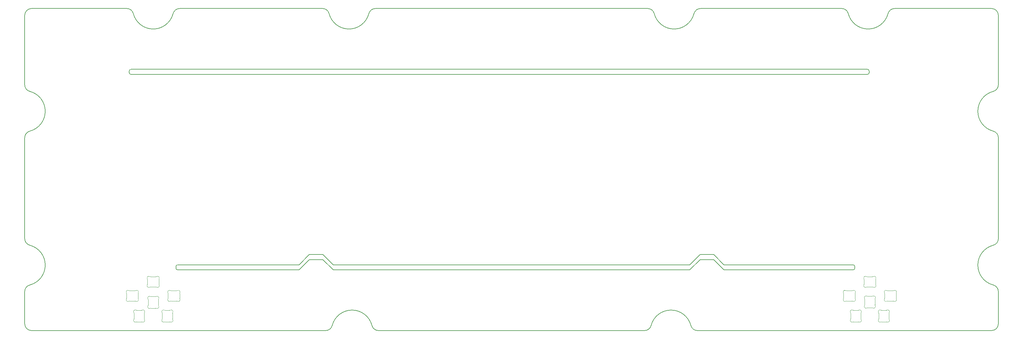
<source format=gm1>
%TF.GenerationSoftware,KiCad,Pcbnew,(7.0.0-0)*%
%TF.CreationDate,2023-03-19T21:11:13-07:00*%
%TF.ProjectId,popstar,706f7073-7461-4722-9e6b-696361645f70,rev?*%
%TF.SameCoordinates,Original*%
%TF.FileFunction,Profile,NP*%
%FSLAX46Y46*%
G04 Gerber Fmt 4.6, Leading zero omitted, Abs format (unit mm)*
G04 Created by KiCad (PCBNEW (7.0.0-0)) date 2023-03-19 21:11:13*
%MOMM*%
%LPD*%
G01*
G04 APERTURE LIST*
%TA.AperFunction,Profile*%
%ADD10C,0.200000*%
%TD*%
%TA.AperFunction,Profile*%
%ADD11C,0.100000*%
%TD*%
G04 APERTURE END LIST*
D10*
X121283023Y-34050150D02*
G75*
G03*
X119346506Y-32550157I-1936523J-500050D01*
G01*
X233750000Y-104500000D02*
X229750000Y-104500000D01*
X316979014Y-124749997D02*
X316978951Y-115346077D01*
X33778677Y-68412083D02*
G75*
G03*
X32278917Y-70348489I500223J-1936417D01*
G01*
X315478924Y-56790608D02*
G75*
G03*
X315478950Y-68409598I1499976J-5809492D01*
G01*
X213508067Y-126749969D02*
G75*
G03*
X215444560Y-125250000I33J1999969D01*
G01*
X233750000Y-106000000D02*
X236750000Y-109000000D01*
X216357174Y-34050161D02*
G75*
G03*
X227976127Y-34050157I5809476J1500001D01*
G01*
X120257861Y-126749963D02*
G75*
G03*
X122194389Y-125249861I39J1999963D01*
G01*
X216357219Y-34050150D02*
G75*
G03*
X214420685Y-32550161I-1936519J-500050D01*
G01*
X32279334Y-99854155D02*
G75*
G03*
X33779267Y-101790648I1999966J-45D01*
G01*
X122500000Y-107500000D02*
X122750000Y-107500000D01*
X33779246Y-113409572D02*
G75*
G03*
X32279251Y-115346077I500054J-1936528D01*
G01*
X33778671Y-68412059D02*
G75*
G03*
X33778671Y-56793493I-1500743J5809283D01*
G01*
X316978934Y-99854155D02*
X316978951Y-70346089D01*
X275000000Y-108000000D02*
X275000000Y-108500000D01*
X119500000Y-106000000D02*
X122500000Y-109000000D01*
X279187470Y-50825130D02*
G75*
G03*
X278687501Y-50325130I-499970J30D01*
G01*
X316978933Y-54854154D02*
X316978909Y-34550163D01*
X32278917Y-70348489D02*
X32279268Y-99854155D01*
X274500000Y-109000000D02*
G75*
G03*
X275000000Y-108500000I0J500000D01*
G01*
X315478951Y-56790712D02*
G75*
G03*
X316978933Y-54854154I-500051J1936512D01*
G01*
X214420685Y-32550161D02*
X134838440Y-32550156D01*
X236750000Y-107500000D02*
X233750000Y-104500000D01*
X119500000Y-104500000D02*
X122500000Y-107500000D01*
X267000000Y-107500000D02*
X274500000Y-107500000D01*
X316978997Y-115346077D02*
G75*
G03*
X315478950Y-113409598I-1999997J-23D01*
G01*
X64044521Y-34050139D02*
G75*
G03*
X62107964Y-32550156I-1936521J-500061D01*
G01*
X76500000Y-108500000D02*
X76500000Y-108000000D01*
X227063508Y-125250000D02*
G75*
G03*
X229000000Y-126750000I1936492J500000D01*
G01*
X226750000Y-107500000D02*
X122750000Y-107500000D01*
X229750000Y-104500000D02*
X226750000Y-107500000D01*
X314978910Y-32550164D02*
X286647842Y-32550155D01*
X133813549Y-125249861D02*
G75*
G03*
X122194391Y-125249861I-5809579J-1499589D01*
G01*
X63353928Y-50325128D02*
X278687501Y-50325130D01*
X274500000Y-109000000D02*
X267000000Y-109000000D01*
X278687501Y-51825102D02*
G75*
G03*
X279187502Y-51325129I-1J500002D01*
G01*
X32279251Y-115346077D02*
X32278917Y-124749999D01*
X77599898Y-32550187D02*
G75*
G03*
X75663406Y-34050157I2J-2000013D01*
G01*
X112000000Y-109000000D02*
X112500000Y-109000000D01*
X119346506Y-32550157D02*
X77599898Y-32550157D01*
X112500000Y-109000000D02*
X115500000Y-106000000D01*
X267000000Y-107500000D02*
X236750000Y-107500000D01*
X229750000Y-106000000D02*
X233750000Y-106000000D01*
X229912620Y-32550208D02*
G75*
G03*
X227976128Y-34050157I-20J-1999992D01*
G01*
X316978936Y-34550163D02*
G75*
G03*
X314978910Y-32550164I-2000036J-37D01*
G01*
X32278940Y-54857063D02*
G75*
G03*
X33778671Y-56793491I1999960J-37D01*
G01*
X34278918Y-126750000D02*
X120257861Y-126750000D01*
X33779252Y-113409594D02*
G75*
G03*
X33779267Y-101790650I-1499992J5809474D01*
G01*
X77000000Y-107500000D02*
X111750000Y-107500000D01*
X111750000Y-107500000D02*
X112500000Y-107500000D01*
X273093283Y-34049666D02*
G75*
G03*
X284711475Y-34049666I5809096J1501464D01*
G01*
X62107964Y-32550156D02*
X34278918Y-32550155D01*
X278687501Y-51825130D02*
X63353929Y-51825130D01*
X279187502Y-50825130D02*
X279187502Y-51325129D01*
X135750081Y-126750000D02*
X213508067Y-126750000D01*
X62853870Y-51325129D02*
G75*
G03*
X63353929Y-51825130I500030J29D01*
G01*
X63353928Y-50325128D02*
G75*
G03*
X62853928Y-50825129I-28J-499972D01*
G01*
X315478952Y-101790713D02*
G75*
G03*
X316978934Y-99854155I-500052J1936513D01*
G01*
X76500000Y-108500000D02*
G75*
G03*
X77000000Y-109000000I500000J0D01*
G01*
X229000000Y-126750000D02*
X314979014Y-126750000D01*
X273093299Y-34049662D02*
G75*
G03*
X271156917Y-32550155I-1936399J-500538D01*
G01*
X32278900Y-124749999D02*
G75*
G03*
X34278918Y-126750000I2000000J-1D01*
G01*
X121282993Y-34050158D02*
G75*
G03*
X132901948Y-34050156I5809477J1499998D01*
G01*
X134838440Y-32550229D02*
G75*
G03*
X132901950Y-34050156I-40J-1999971D01*
G01*
X227063510Y-125250000D02*
G75*
G03*
X215444560Y-125250000I-5809475J-1500001D01*
G01*
X275000000Y-108000000D02*
G75*
G03*
X274500000Y-107500000I-500000J0D01*
G01*
X236750000Y-109000000D02*
X237500000Y-109000000D01*
X314979014Y-126750014D02*
G75*
G03*
X316979014Y-124749997I-14J2000014D01*
G01*
X267000000Y-109000000D02*
X237500000Y-109000000D01*
X122500000Y-109000000D02*
X226750000Y-109000000D01*
X115500000Y-104500000D02*
X119500000Y-104500000D01*
X115500000Y-106000000D02*
X119500000Y-106000000D01*
X316978996Y-70346089D02*
G75*
G03*
X315478950Y-68409600I-1999996J-11D01*
G01*
X62853929Y-51325129D02*
X62853928Y-50825129D01*
X112500000Y-107500000D02*
X115500000Y-104500000D01*
X315478925Y-101790609D02*
G75*
G03*
X315478950Y-113409597I1499975J-5809491D01*
G01*
X32278917Y-34550156D02*
X32278917Y-54857063D01*
X133813571Y-125249855D02*
G75*
G03*
X135750081Y-126750000I1936529J499855D01*
G01*
X64044455Y-34050156D02*
G75*
G03*
X75663405Y-34050157I5809475J1499996D01*
G01*
X77000000Y-109000000D02*
X112000000Y-109000000D01*
X226750000Y-109000000D02*
X229750000Y-106000000D01*
X271156917Y-32550155D02*
X229912620Y-32550155D01*
X286647842Y-32550228D02*
G75*
G03*
X284711475Y-34049666I-42J-1999972D01*
G01*
X34278918Y-32550157D02*
G75*
G03*
X32278917Y-34550156I2J-2000003D01*
G01*
X77000000Y-107500000D02*
G75*
G03*
X76500000Y-108000000I0J-500000D01*
G01*
D11*
%TO.C,D10*%
X287099999Y-115897159D02*
X287099999Y-117302843D01*
X284605548Y-115100001D02*
X286194452Y-115100001D01*
X286194452Y-118100000D02*
X284605547Y-118100000D01*
X283700001Y-117302843D02*
X283700001Y-115897159D01*
X286446711Y-118168300D02*
G75*
G03*
X287149484Y-117519721I252259J431700D01*
G01*
X287149483Y-115680280D02*
G75*
G03*
X286446711Y-115031705I-450514J216876D01*
G01*
X283650516Y-117519721D02*
G75*
G03*
X284353289Y-118168299I450514J-216878D01*
G01*
X284605547Y-118100000D02*
G75*
G03*
X284353289Y-118168299I3J-500009D01*
G01*
X286446711Y-118168300D02*
G75*
G03*
X286194453Y-118100001I-252261J-431710D01*
G01*
X287099997Y-117302843D02*
G75*
G03*
X287149484Y-117519721I499993J3D01*
G01*
X283650516Y-117519721D02*
G75*
G03*
X283700001Y-117302844I-450505J216876D01*
G01*
X284353289Y-115031702D02*
G75*
G03*
X284605548Y-115100001I252261J431710D01*
G01*
X283700000Y-115897159D02*
G75*
G03*
X283650515Y-115680281I-499989J2D01*
G01*
X284353289Y-115031702D02*
G75*
G03*
X283650517Y-115680282I-252259J-431700D01*
G01*
X286194452Y-115100000D02*
G75*
G03*
X286446710Y-115031702I-2J500010D01*
G01*
X287149500Y-115680289D02*
G75*
G03*
X287099999Y-115897158I450500J-216911D01*
G01*
%TO.C,D9*%
X282797159Y-120800001D02*
X284202843Y-120800001D01*
X282000001Y-123294452D02*
X282000001Y-121705548D01*
X285000000Y-121705548D02*
X285000000Y-123294453D01*
X284202843Y-124199999D02*
X282797159Y-124199999D01*
X285068300Y-121453289D02*
G75*
G03*
X284419721Y-120750516I-431700J252259D01*
G01*
X282580280Y-120750517D02*
G75*
G03*
X281931705Y-121453289I-216876J-450514D01*
G01*
X284419721Y-124249484D02*
G75*
G03*
X285068299Y-123546711I216878J450514D01*
G01*
X285000000Y-123294453D02*
G75*
G03*
X285068299Y-123546711I500009J3D01*
G01*
X285068300Y-121453289D02*
G75*
G03*
X285000001Y-121705547I431710J-252261D01*
G01*
X284202843Y-120800003D02*
G75*
G03*
X284419721Y-120750516I-3J499993D01*
G01*
X284419721Y-124249484D02*
G75*
G03*
X284202844Y-124199999I-216876J-450505D01*
G01*
X281931702Y-123546711D02*
G75*
G03*
X282000001Y-123294452I-431710J252261D01*
G01*
X282797159Y-124200000D02*
G75*
G03*
X282580281Y-124249485I-2J-499989D01*
G01*
X281931702Y-123546711D02*
G75*
G03*
X282580282Y-124249483I431700J-252259D01*
G01*
X282000000Y-121705548D02*
G75*
G03*
X281931702Y-121453290I-500010J-2D01*
G01*
X282580289Y-120750500D02*
G75*
G03*
X282797158Y-120800001I216911J450500D01*
G01*
%TO.C,D8*%
X276002841Y-124199999D02*
X274597157Y-124199999D01*
X276799999Y-121705548D02*
X276799999Y-123294452D01*
X273800000Y-123294452D02*
X273800000Y-121705547D01*
X274597157Y-120800001D02*
X276002841Y-120800001D01*
X273731700Y-123546711D02*
G75*
G03*
X274380279Y-124249484I431700J-252259D01*
G01*
X276219720Y-124249483D02*
G75*
G03*
X276868295Y-123546711I216876J450514D01*
G01*
X274380279Y-120750516D02*
G75*
G03*
X273731701Y-121453289I-216878J-450514D01*
G01*
X273800000Y-121705547D02*
G75*
G03*
X273731701Y-121453289I-500009J-3D01*
G01*
X273731700Y-123546711D02*
G75*
G03*
X273799999Y-123294453I-431710J252261D01*
G01*
X274597157Y-124199997D02*
G75*
G03*
X274380279Y-124249484I3J-499993D01*
G01*
X274380279Y-120750516D02*
G75*
G03*
X274597156Y-120800001I216876J450505D01*
G01*
X276868298Y-121453289D02*
G75*
G03*
X276799999Y-121705548I431710J-252261D01*
G01*
X276002841Y-120800000D02*
G75*
G03*
X276219719Y-120750515I2J499989D01*
G01*
X276868298Y-121453289D02*
G75*
G03*
X276219718Y-120750517I-431700J252259D01*
G01*
X276800000Y-123294452D02*
G75*
G03*
X276868298Y-123546710I500010J2D01*
G01*
X276219711Y-124249500D02*
G75*
G03*
X276002842Y-124199999I-216911J-450500D01*
G01*
%TO.C,D11*%
X280102841Y-120099999D02*
X278697157Y-120099999D01*
X280899999Y-117605548D02*
X280899999Y-119194452D01*
X277900000Y-119194452D02*
X277900000Y-117605547D01*
X278697157Y-116700001D02*
X280102841Y-116700001D01*
X277831700Y-119446711D02*
G75*
G03*
X278480279Y-120149484I431700J-252259D01*
G01*
X280319720Y-120149483D02*
G75*
G03*
X280968295Y-119446711I216876J450514D01*
G01*
X278480279Y-116650516D02*
G75*
G03*
X277831701Y-117353289I-216878J-450514D01*
G01*
X277900000Y-117605547D02*
G75*
G03*
X277831701Y-117353289I-500009J-3D01*
G01*
X277831700Y-119446711D02*
G75*
G03*
X277899999Y-119194453I-431710J252261D01*
G01*
X278697157Y-120099997D02*
G75*
G03*
X278480279Y-120149484I3J-499993D01*
G01*
X278480279Y-116650516D02*
G75*
G03*
X278697156Y-116700001I216876J450505D01*
G01*
X280968298Y-117353289D02*
G75*
G03*
X280899999Y-117605548I431710J-252261D01*
G01*
X280102841Y-116700000D02*
G75*
G03*
X280319719Y-116650515I2J499989D01*
G01*
X280968298Y-117353289D02*
G75*
G03*
X280319718Y-116650517I-431700J252259D01*
G01*
X280900000Y-119194452D02*
G75*
G03*
X280968298Y-119446710I500010J2D01*
G01*
X280319711Y-120149500D02*
G75*
G03*
X280102842Y-120099999I-216911J-450500D01*
G01*
%TO.C,D12*%
X277700001Y-113202841D02*
X277700001Y-111797157D01*
X280194452Y-113999999D02*
X278605548Y-113999999D01*
X278605548Y-111000000D02*
X280194453Y-111000000D01*
X281099999Y-111797157D02*
X281099999Y-113202841D01*
X278353289Y-110931700D02*
G75*
G03*
X277650516Y-111580279I-252259J-431700D01*
G01*
X277650517Y-113419720D02*
G75*
G03*
X278353289Y-114068295I450514J-216876D01*
G01*
X281149484Y-111580279D02*
G75*
G03*
X280446711Y-110931701I-450514J216878D01*
G01*
X280194453Y-111000000D02*
G75*
G03*
X280446711Y-110931701I-3J500009D01*
G01*
X278353289Y-110931700D02*
G75*
G03*
X278605547Y-110999999I252261J431710D01*
G01*
X277700003Y-111797157D02*
G75*
G03*
X277650516Y-111580279I-499993J-3D01*
G01*
X281149484Y-111580279D02*
G75*
G03*
X281099999Y-111797156I450505J-216876D01*
G01*
X280446711Y-114068298D02*
G75*
G03*
X280194452Y-113999999I-252261J-431710D01*
G01*
X281100000Y-113202841D02*
G75*
G03*
X281149485Y-113419719I499989J-2D01*
G01*
X280446711Y-114068298D02*
G75*
G03*
X281149483Y-113419718I252259J431700D01*
G01*
X278605548Y-114000000D02*
G75*
G03*
X278353290Y-114068298I2J-500010D01*
G01*
X277650500Y-113419711D02*
G75*
G03*
X277700001Y-113202842I-450500J216911D01*
G01*
%TO.C,D7*%
X271700001Y-117302841D02*
X271700001Y-115897157D01*
X274194452Y-118099999D02*
X272605548Y-118099999D01*
X272605548Y-115100000D02*
X274194453Y-115100000D01*
X275099999Y-115897157D02*
X275099999Y-117302841D01*
X272353289Y-115031700D02*
G75*
G03*
X271650516Y-115680279I-252259J-431700D01*
G01*
X271650517Y-117519720D02*
G75*
G03*
X272353289Y-118168295I450514J-216876D01*
G01*
X275149484Y-115680279D02*
G75*
G03*
X274446711Y-115031701I-450514J216878D01*
G01*
X274194453Y-115100000D02*
G75*
G03*
X274446711Y-115031701I-3J500009D01*
G01*
X272353289Y-115031700D02*
G75*
G03*
X272605547Y-115099999I252261J431710D01*
G01*
X271700003Y-115897157D02*
G75*
G03*
X271650516Y-115680279I-499993J-3D01*
G01*
X275149484Y-115680279D02*
G75*
G03*
X275099999Y-115897156I450505J-216876D01*
G01*
X274446711Y-118168298D02*
G75*
G03*
X274194452Y-118099999I-252261J-431710D01*
G01*
X275100000Y-117302841D02*
G75*
G03*
X275149485Y-117519719I499989J-2D01*
G01*
X274446711Y-118168298D02*
G75*
G03*
X275149483Y-117519718I252259J431700D01*
G01*
X272605548Y-118100000D02*
G75*
G03*
X272353290Y-118168298I2J-500010D01*
G01*
X271650500Y-117519711D02*
G75*
G03*
X271700001Y-117302842I-450500J216911D01*
G01*
%TO.C,D5*%
X77599999Y-115897159D02*
X77599999Y-117302843D01*
X75105548Y-115100001D02*
X76694452Y-115100001D01*
X76694452Y-118100000D02*
X75105547Y-118100000D01*
X74200001Y-117302843D02*
X74200001Y-115897159D01*
X76946711Y-118168300D02*
G75*
G03*
X77649484Y-117519721I252259J431700D01*
G01*
X77649483Y-115680280D02*
G75*
G03*
X76946711Y-115031705I-450514J216876D01*
G01*
X74150516Y-117519721D02*
G75*
G03*
X74853289Y-118168299I450514J-216878D01*
G01*
X75105547Y-118100000D02*
G75*
G03*
X74853289Y-118168299I3J-500009D01*
G01*
X76946711Y-118168300D02*
G75*
G03*
X76694453Y-118100001I-252261J-431710D01*
G01*
X77599997Y-117302843D02*
G75*
G03*
X77649484Y-117519721I499993J3D01*
G01*
X74150516Y-117519721D02*
G75*
G03*
X74200001Y-117302844I-450505J216876D01*
G01*
X74853289Y-115031702D02*
G75*
G03*
X75105548Y-115100001I252261J431710D01*
G01*
X74200000Y-115897159D02*
G75*
G03*
X74150515Y-115680281I-499989J2D01*
G01*
X74853289Y-115031702D02*
G75*
G03*
X74150517Y-115680282I-252259J-431700D01*
G01*
X76694452Y-115100000D02*
G75*
G03*
X76946710Y-115031702I-2J500010D01*
G01*
X77649500Y-115680289D02*
G75*
G03*
X77599999Y-115897158I450500J-216911D01*
G01*
%TO.C,D4*%
X73297159Y-120800001D02*
X74702843Y-120800001D01*
X72500001Y-123294452D02*
X72500001Y-121705548D01*
X75500000Y-121705548D02*
X75500000Y-123294453D01*
X74702843Y-124199999D02*
X73297159Y-124199999D01*
X75568300Y-121453289D02*
G75*
G03*
X74919721Y-120750516I-431700J252259D01*
G01*
X73080280Y-120750517D02*
G75*
G03*
X72431705Y-121453289I-216876J-450514D01*
G01*
X74919721Y-124249484D02*
G75*
G03*
X75568299Y-123546711I216878J450514D01*
G01*
X75500000Y-123294453D02*
G75*
G03*
X75568299Y-123546711I500009J3D01*
G01*
X75568300Y-121453289D02*
G75*
G03*
X75500001Y-121705547I431710J-252261D01*
G01*
X74702843Y-120800003D02*
G75*
G03*
X74919721Y-120750516I-3J499993D01*
G01*
X74919721Y-124249484D02*
G75*
G03*
X74702844Y-124199999I-216876J-450505D01*
G01*
X72431702Y-123546711D02*
G75*
G03*
X72500001Y-123294452I-431710J252261D01*
G01*
X73297159Y-124200000D02*
G75*
G03*
X73080281Y-124249485I-2J-499989D01*
G01*
X72431702Y-123546711D02*
G75*
G03*
X73080282Y-124249483I431700J-252259D01*
G01*
X72500000Y-121705548D02*
G75*
G03*
X72431702Y-121453290I-500010J-2D01*
G01*
X73080289Y-120750500D02*
G75*
G03*
X73297158Y-120800001I216911J450500D01*
G01*
%TO.C,D3*%
X66452841Y-124199999D02*
X65047157Y-124199999D01*
X67249999Y-121705548D02*
X67249999Y-123294452D01*
X64250000Y-123294452D02*
X64250000Y-121705547D01*
X65047157Y-120800001D02*
X66452841Y-120800001D01*
X64181700Y-123546711D02*
G75*
G03*
X64830279Y-124249484I431700J-252259D01*
G01*
X66669720Y-124249483D02*
G75*
G03*
X67318295Y-123546711I216876J450514D01*
G01*
X64830279Y-120750516D02*
G75*
G03*
X64181701Y-121453289I-216878J-450514D01*
G01*
X64250000Y-121705547D02*
G75*
G03*
X64181701Y-121453289I-500009J-3D01*
G01*
X64181700Y-123546711D02*
G75*
G03*
X64249999Y-123294453I-431710J252261D01*
G01*
X65047157Y-124199997D02*
G75*
G03*
X64830279Y-124249484I3J-499993D01*
G01*
X64830279Y-120750516D02*
G75*
G03*
X65047156Y-120800001I216876J450505D01*
G01*
X67318298Y-121453289D02*
G75*
G03*
X67249999Y-121705548I431710J-252261D01*
G01*
X66452841Y-120800000D02*
G75*
G03*
X66669719Y-120750515I2J499989D01*
G01*
X67318298Y-121453289D02*
G75*
G03*
X66669718Y-120750517I-431700J252259D01*
G01*
X67250000Y-123294452D02*
G75*
G03*
X67318298Y-123546710I500010J2D01*
G01*
X66669711Y-124249500D02*
G75*
G03*
X66452842Y-124199999I-216911J-450500D01*
G01*
%TO.C,D6*%
X70577841Y-120199999D02*
X69172157Y-120199999D01*
X71374999Y-117705548D02*
X71374999Y-119294452D01*
X68375000Y-119294452D02*
X68375000Y-117705547D01*
X69172157Y-116800001D02*
X70577841Y-116800001D01*
X68306700Y-119546711D02*
G75*
G03*
X68955279Y-120249484I431700J-252259D01*
G01*
X70794720Y-120249483D02*
G75*
G03*
X71443295Y-119546711I216876J450514D01*
G01*
X68955279Y-116750516D02*
G75*
G03*
X68306701Y-117453289I-216878J-450514D01*
G01*
X68375000Y-117705547D02*
G75*
G03*
X68306701Y-117453289I-500009J-3D01*
G01*
X68306700Y-119546711D02*
G75*
G03*
X68374999Y-119294453I-431710J252261D01*
G01*
X69172157Y-120199997D02*
G75*
G03*
X68955279Y-120249484I3J-499993D01*
G01*
X68955279Y-116750516D02*
G75*
G03*
X69172156Y-116800001I216876J450505D01*
G01*
X71443298Y-117453289D02*
G75*
G03*
X71374999Y-117705548I431710J-252261D01*
G01*
X70577841Y-116800000D02*
G75*
G03*
X70794719Y-116750515I2J499989D01*
G01*
X71443298Y-117453289D02*
G75*
G03*
X70794718Y-116750517I-431700J252259D01*
G01*
X71375000Y-119294452D02*
G75*
G03*
X71443298Y-119546710I500010J2D01*
G01*
X70794711Y-120249500D02*
G75*
G03*
X70577842Y-120199999I-216911J-450500D01*
G01*
%TO.C,D1*%
X68150001Y-113202841D02*
X68150001Y-111797157D01*
X70644452Y-113999999D02*
X69055548Y-113999999D01*
X69055548Y-111000000D02*
X70644453Y-111000000D01*
X71549999Y-111797157D02*
X71549999Y-113202841D01*
X68803289Y-110931700D02*
G75*
G03*
X68100516Y-111580279I-252259J-431700D01*
G01*
X68100517Y-113419720D02*
G75*
G03*
X68803289Y-114068295I450514J-216876D01*
G01*
X71599484Y-111580279D02*
G75*
G03*
X70896711Y-110931701I-450514J216878D01*
G01*
X70644453Y-111000000D02*
G75*
G03*
X70896711Y-110931701I-3J500009D01*
G01*
X68803289Y-110931700D02*
G75*
G03*
X69055547Y-110999999I252261J431710D01*
G01*
X68150003Y-111797157D02*
G75*
G03*
X68100516Y-111580279I-499993J-3D01*
G01*
X71599484Y-111580279D02*
G75*
G03*
X71549999Y-111797156I450505J-216876D01*
G01*
X70896711Y-114068298D02*
G75*
G03*
X70644452Y-113999999I-252261J-431710D01*
G01*
X71550000Y-113202841D02*
G75*
G03*
X71599485Y-113419719I499989J-2D01*
G01*
X70896711Y-114068298D02*
G75*
G03*
X71599483Y-113419718I252259J431700D01*
G01*
X69055548Y-114000000D02*
G75*
G03*
X68803290Y-114068298I2J-500010D01*
G01*
X68100500Y-113419711D02*
G75*
G03*
X68150001Y-113202842I-450500J216911D01*
G01*
%TO.C,D2*%
X62050001Y-117302841D02*
X62050001Y-115897157D01*
X64544452Y-118099999D02*
X62955548Y-118099999D01*
X62955548Y-115100000D02*
X64544453Y-115100000D01*
X65449999Y-115897157D02*
X65449999Y-117302841D01*
X62703289Y-115031700D02*
G75*
G03*
X62000516Y-115680279I-252259J-431700D01*
G01*
X62000517Y-117519720D02*
G75*
G03*
X62703289Y-118168295I450514J-216876D01*
G01*
X65499484Y-115680279D02*
G75*
G03*
X64796711Y-115031701I-450514J216878D01*
G01*
X64544453Y-115100000D02*
G75*
G03*
X64796711Y-115031701I-3J500009D01*
G01*
X62703289Y-115031700D02*
G75*
G03*
X62955547Y-115099999I252261J431710D01*
G01*
X62050003Y-115897157D02*
G75*
G03*
X62000516Y-115680279I-499993J-3D01*
G01*
X65499484Y-115680279D02*
G75*
G03*
X65449999Y-115897156I450505J-216876D01*
G01*
X64796711Y-118168298D02*
G75*
G03*
X64544452Y-118099999I-252261J-431710D01*
G01*
X65450000Y-117302841D02*
G75*
G03*
X65499485Y-117519719I499989J-2D01*
G01*
X64796711Y-118168298D02*
G75*
G03*
X65499483Y-117519718I252259J431700D01*
G01*
X62955548Y-118100000D02*
G75*
G03*
X62703290Y-118168298I2J-500010D01*
G01*
X62000500Y-117519711D02*
G75*
G03*
X62050001Y-117302842I-450500J216911D01*
G01*
%TD*%
M02*

</source>
